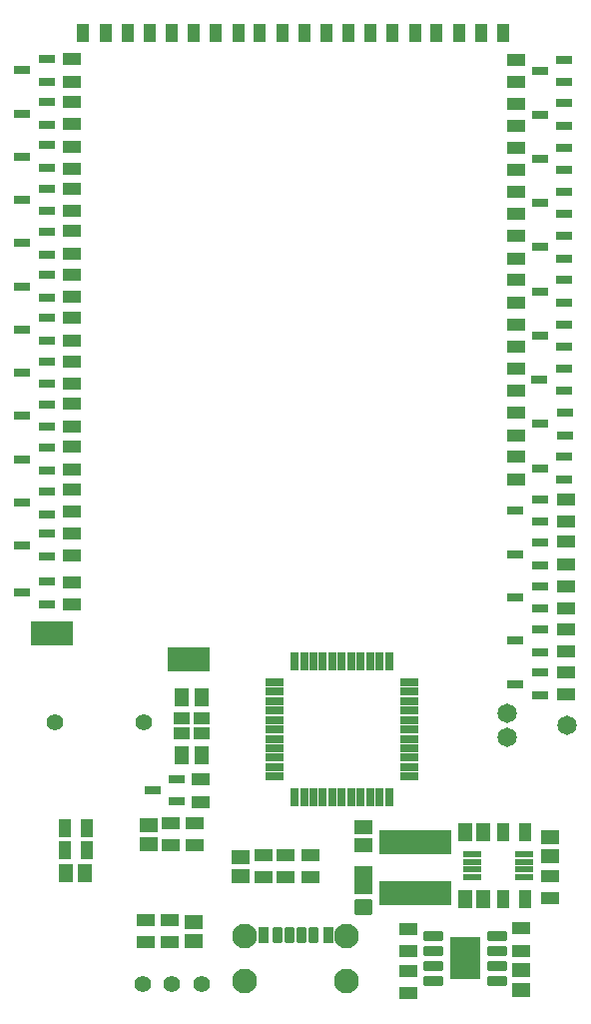
<source format=gbr>
%TF.GenerationSoftware,KiCad,Pcbnew,7.0.1*%
%TF.CreationDate,2024-01-25T20:04:35+01:00*%
%TF.ProjectId,PicBytesMicro,50696342-7974-4657-934d-6963726f2e6b,rev?*%
%TF.SameCoordinates,Original*%
%TF.FileFunction,Soldermask,Bot*%
%TF.FilePolarity,Negative*%
%FSLAX46Y46*%
G04 Gerber Fmt 4.6, Leading zero omitted, Abs format (unit mm)*
G04 Created by KiCad (PCBNEW 7.0.1) date 2024-01-25 20:04:35*
%MOMM*%
%LPD*%
G01*
G04 APERTURE LIST*
G04 Aperture macros list*
%AMRoundRect*
0 Rectangle with rounded corners*
0 $1 Rounding radius*
0 $2 $3 $4 $5 $6 $7 $8 $9 X,Y pos of 4 corners*
0 Add a 4 corners polygon primitive as box body*
4,1,4,$2,$3,$4,$5,$6,$7,$8,$9,$2,$3,0*
0 Add four circle primitives for the rounded corners*
1,1,$1+$1,$2,$3*
1,1,$1+$1,$4,$5*
1,1,$1+$1,$6,$7*
1,1,$1+$1,$8,$9*
0 Add four rect primitives between the rounded corners*
20,1,$1+$1,$2,$3,$4,$5,0*
20,1,$1+$1,$4,$5,$6,$7,0*
20,1,$1+$1,$6,$7,$8,$9,0*
20,1,$1+$1,$8,$9,$2,$3,0*%
G04 Aperture macros list end*
%ADD10C,1.650000*%
%ADD11RoundRect,0.050000X0.735000X-0.525000X0.735000X0.525000X-0.735000X0.525000X-0.735000X-0.525000X0*%
%ADD12RoundRect,0.050000X-0.525000X-0.735000X0.525000X-0.735000X0.525000X0.735000X-0.525000X0.735000X0*%
%ADD13RoundRect,0.050000X0.525000X0.735000X-0.525000X0.735000X-0.525000X-0.735000X0.525000X-0.735000X0*%
%ADD14RoundRect,0.050000X-1.750000X1.000000X-1.750000X-1.000000X1.750000X-1.000000X1.750000X1.000000X0*%
%ADD15RoundRect,0.050000X1.750000X-1.000000X1.750000X1.000000X-1.750000X1.000000X-1.750000X-1.000000X0*%
%ADD16RoundRect,0.050000X0.762500X-0.350000X0.762500X0.350000X-0.762500X0.350000X-0.762500X-0.350000X0*%
%ADD17RoundRect,0.050000X1.256500X1.701000X-1.256500X1.701000X-1.256500X-1.701000X1.256500X-1.701000X0*%
%ADD18RoundRect,0.050000X0.350000X0.600000X-0.350000X0.600000X-0.350000X-0.600000X0.350000X-0.600000X0*%
%ADD19RoundRect,0.050000X0.380000X0.600000X-0.380000X0.600000X-0.380000X-0.600000X0.380000X-0.600000X0*%
%ADD20RoundRect,0.050000X0.400000X0.600000X-0.400000X0.600000X-0.400000X-0.600000X0.400000X-0.600000X0*%
%ADD21C,2.100000*%
%ADD22C,1.400000*%
%ADD23RoundRect,0.050000X0.737500X-0.300000X0.737500X0.300000X-0.737500X0.300000X-0.737500X-0.300000X0*%
%ADD24RoundRect,0.050000X0.300000X0.737500X-0.300000X0.737500X-0.300000X-0.737500X0.300000X-0.737500X0*%
%ADD25RoundRect,0.050000X0.625000X-0.300000X0.625000X0.300000X-0.625000X0.300000X-0.625000X-0.300000X0*%
%ADD26RoundRect,0.050000X0.725000X-0.500000X0.725000X0.500000X-0.725000X0.500000X-0.725000X-0.500000X0*%
%ADD27RoundRect,0.050000X-0.725000X0.500000X-0.725000X-0.500000X0.725000X-0.500000X0.725000X0.500000X0*%
%ADD28RoundRect,0.050000X0.500000X0.725000X-0.500000X0.725000X-0.500000X-0.725000X0.500000X-0.725000X0*%
%ADD29RoundRect,0.050000X-0.500000X-0.725000X0.500000X-0.725000X0.500000X0.725000X-0.500000X0.725000X0*%
%ADD30RoundRect,0.050000X3.000000X-1.005000X3.000000X1.005000X-3.000000X1.005000X-3.000000X-1.005000X0*%
%ADD31RoundRect,0.050000X-0.735000X0.510000X-0.735000X-0.510000X0.735000X-0.510000X0.735000X0.510000X0*%
%ADD32RoundRect,0.050000X0.735000X-0.510000X0.735000X0.510000X-0.735000X0.510000X-0.735000X-0.510000X0*%
%ADD33RoundRect,0.050000X0.510000X0.735000X-0.510000X0.735000X-0.510000X-0.735000X0.510000X-0.735000X0*%
%ADD34RoundRect,0.050000X0.700000X-0.225000X0.700000X0.225000X-0.700000X0.225000X-0.700000X-0.225000X0*%
%ADD35RoundRect,0.050000X0.700000X1.150000X-0.700000X1.150000X-0.700000X-1.150000X0.700000X-1.150000X0*%
%ADD36RoundRect,0.050000X-0.700000X0.625000X-0.700000X-0.625000X0.700000X-0.625000X0.700000X0.625000X0*%
%ADD37RoundRect,0.050000X-0.600000X0.500000X-0.600000X-0.500000X0.600000X-0.500000X0.600000X0.500000X0*%
%ADD38RoundRect,0.050000X-0.510000X-0.735000X0.510000X-0.735000X0.510000X0.735000X-0.510000X0.735000X0*%
G04 APERTURE END LIST*
D10*
%TO.C,J1*%
X160310000Y-106135000D03*
X155230000Y-107151000D03*
X155230000Y-105119000D03*
%TD*%
D11*
%TO.C,C_10u_1*%
X156400000Y-128580000D03*
X156400000Y-126900000D03*
%TD*%
D12*
%TO.C,C_22p_1*%
X127610000Y-108650000D03*
X129290000Y-108650000D03*
%TD*%
D13*
%TO.C,C_22p_2*%
X129290000Y-103750000D03*
X127610000Y-103750000D03*
%TD*%
D14*
%TO.C,H_Bat+1*%
X128200000Y-100600000D03*
%TD*%
D15*
%TO.C,H_Bat-1*%
X116600000Y-98400000D03*
%TD*%
D16*
%TO.C,IC_BMS_TP1*%
X154312000Y-123995000D03*
X154312000Y-125265000D03*
X154312000Y-126535000D03*
X154312000Y-127805000D03*
X148888000Y-127805000D03*
X148888000Y-126535000D03*
X148888000Y-125265000D03*
X148888000Y-123995000D03*
D17*
X151600000Y-125900000D03*
%TD*%
D18*
%TO.C,J_USB_C1*%
X137750000Y-123900000D03*
D19*
X135730000Y-123900000D03*
D20*
X134500000Y-123900000D03*
D18*
X136750000Y-123900000D03*
D19*
X138770000Y-123900000D03*
D20*
X140000000Y-123900000D03*
D21*
X141570000Y-127850000D03*
X132930000Y-127850000D03*
X132930000Y-124050000D03*
X141570000Y-124050000D03*
%TD*%
D22*
%TO.C,LS1*%
X116800000Y-105900000D03*
X124400000Y-105900000D03*
%TD*%
D23*
%TO.C,PIC18F45K1*%
X146900000Y-102500000D03*
X146900000Y-103300000D03*
X146900000Y-104100000D03*
X146900000Y-104900000D03*
X146900000Y-105700000D03*
X146900000Y-106500000D03*
X146900000Y-107300000D03*
X146900000Y-108100000D03*
X146900000Y-108900000D03*
X146900000Y-109700000D03*
X146900000Y-110500000D03*
D24*
X145162000Y-112238000D03*
X144362000Y-112238000D03*
X143562000Y-112238000D03*
X142762000Y-112238000D03*
X141962000Y-112238000D03*
X141162000Y-112238000D03*
X140362000Y-112238000D03*
X139562000Y-112238000D03*
X138762000Y-112238000D03*
X137962000Y-112238000D03*
X137162000Y-112238000D03*
D23*
X135424000Y-110500000D03*
X135424000Y-109700000D03*
X135424000Y-108900000D03*
X135424000Y-108100000D03*
X135424000Y-107300000D03*
X135424000Y-106500000D03*
X135424000Y-105700000D03*
X135424000Y-104900000D03*
X135424000Y-104100000D03*
X135424000Y-103300000D03*
X135424000Y-102500000D03*
D24*
X137162000Y-100762000D03*
X137962000Y-100762000D03*
X138762000Y-100762000D03*
X139562000Y-100762000D03*
X140362000Y-100762000D03*
X141162000Y-100762000D03*
X141962000Y-100762000D03*
X142762000Y-100762000D03*
X143562000Y-100762000D03*
X144362000Y-100762000D03*
X145162000Y-100762000D03*
%TD*%
D25*
%TO.C,Q2*%
X116150000Y-49695000D03*
X116150000Y-51605000D03*
X114050000Y-50650000D03*
%TD*%
%TO.C,Q3*%
X116150000Y-82634997D03*
X116150000Y-84544997D03*
X114050000Y-83589997D03*
%TD*%
%TO.C,Q4*%
X160050000Y-49745000D03*
X160050000Y-51655000D03*
X157950000Y-50700000D03*
%TD*%
%TO.C,Q5*%
X160050000Y-68422776D03*
X160050000Y-70332776D03*
X157950000Y-69377776D03*
%TD*%
%TO.C,Q6*%
X116150000Y-53353333D03*
X116150000Y-55263333D03*
X114050000Y-54308333D03*
%TD*%
%TO.C,Q7*%
X116150000Y-86343330D03*
X116150000Y-88253330D03*
X114050000Y-87298330D03*
%TD*%
%TO.C,Q8*%
X160050000Y-53445000D03*
X160050000Y-55355000D03*
X157950000Y-54400000D03*
%TD*%
%TO.C,Q9*%
X160050000Y-72167220D03*
X160050000Y-74077220D03*
X157950000Y-73122220D03*
%TD*%
%TO.C,Q10*%
X116150000Y-56996666D03*
X116150000Y-58906666D03*
X114050000Y-57951666D03*
%TD*%
%TO.C,Q11*%
X116150000Y-89936663D03*
X116150000Y-91846663D03*
X114050000Y-90891663D03*
%TD*%
%TO.C,Q12*%
X116150000Y-64328332D03*
X116150000Y-66238332D03*
X114050000Y-65283332D03*
%TD*%
%TO.C,Q13*%
X157975000Y-87006108D03*
X157975000Y-88916108D03*
X155875000Y-87961108D03*
%TD*%
%TO.C,Q14*%
X116150000Y-78961664D03*
X116150000Y-80871664D03*
X114050000Y-79916664D03*
%TD*%
%TO.C,Q15*%
X157975000Y-101706108D03*
X157975000Y-103616108D03*
X155875000Y-102661108D03*
%TD*%
%TO.C,Q16*%
X160050000Y-57189444D03*
X160050000Y-59099444D03*
X157950000Y-58144444D03*
%TD*%
%TO.C,Q17*%
X160037500Y-75911664D03*
X160037500Y-77821664D03*
X157937500Y-76866664D03*
%TD*%
%TO.C,Q18*%
X116150000Y-60669999D03*
X116150000Y-62579999D03*
X114050000Y-61624999D03*
%TD*%
%TO.C,Q19*%
X116150000Y-93966664D03*
X116150000Y-95876664D03*
X114050000Y-94921664D03*
%TD*%
%TO.C,Q20*%
X116150000Y-67986665D03*
X116150000Y-69896665D03*
X114050000Y-68941665D03*
%TD*%
%TO.C,Q21*%
X157975000Y-90696108D03*
X157975000Y-92606108D03*
X155875000Y-91651108D03*
%TD*%
%TO.C,Q22*%
X160050000Y-60933888D03*
X160050000Y-62843888D03*
X157950000Y-61888888D03*
%TD*%
%TO.C,Q23*%
X160075000Y-79656108D03*
X160075000Y-81566108D03*
X157975000Y-80611108D03*
%TD*%
%TO.C,Q24*%
X116150000Y-71644998D03*
X116150000Y-73554998D03*
X114050000Y-72599998D03*
%TD*%
%TO.C,Q25*%
X157975000Y-94356108D03*
X157975000Y-96266108D03*
X155875000Y-95311108D03*
%TD*%
%TO.C,Q26*%
X160050000Y-64678332D03*
X160050000Y-66588332D03*
X157950000Y-65633332D03*
%TD*%
%TO.C,Q27*%
X160050000Y-83400552D03*
X160050000Y-85310552D03*
X157950000Y-84355552D03*
%TD*%
%TO.C,Q28*%
X116150000Y-75303331D03*
X116150000Y-77213331D03*
X114050000Y-76258331D03*
%TD*%
%TO.C,Q29*%
X157975000Y-98031108D03*
X157975000Y-99941108D03*
X155875000Y-98986108D03*
%TD*%
%TO.C,Q1*%
X127200000Y-110690000D03*
X127200000Y-112600000D03*
X125100000Y-111645000D03*
%TD*%
D26*
%TO.C,R220_1*%
X155975000Y-51650000D03*
X155975000Y-49750000D03*
%TD*%
D27*
%TO.C,R220_2*%
X155975000Y-68427776D03*
X155975000Y-70327776D03*
%TD*%
%TO.C,R220_3*%
X155975000Y-53450000D03*
X155975000Y-55350000D03*
%TD*%
D26*
%TO.C,R220_4*%
X155975000Y-74072220D03*
X155975000Y-72172220D03*
%TD*%
D27*
%TO.C,R220_5*%
X155975000Y-57194444D03*
X155975000Y-59094444D03*
%TD*%
%TO.C,R220_6*%
X155987500Y-75916664D03*
X155987500Y-77816664D03*
%TD*%
%TO.C,R220_7*%
X155975000Y-60938888D03*
X155975000Y-62838888D03*
%TD*%
%TO.C,R220_8*%
X155950000Y-79661108D03*
X155950000Y-81561108D03*
%TD*%
%TO.C,R220_9*%
X155975000Y-64683332D03*
X155975000Y-66583332D03*
%TD*%
%TO.C,R220_10*%
X155975000Y-83405552D03*
X155975000Y-85305552D03*
%TD*%
D26*
%TO.C,R4K7_2*%
X118300000Y-51600000D03*
X118300000Y-49700000D03*
%TD*%
%TO.C,R4K7_3*%
X118300000Y-84439997D03*
X118300000Y-82539997D03*
%TD*%
D28*
%TO.C,R4K7_4*%
X121149668Y-47500000D03*
X119249668Y-47500000D03*
%TD*%
%TO.C,R4K7_5*%
X139871888Y-47500000D03*
X137971888Y-47500000D03*
%TD*%
D26*
%TO.C,R4K7_6*%
X118300000Y-55203333D03*
X118300000Y-53303333D03*
%TD*%
%TO.C,R4K7_7*%
X118300000Y-88048330D03*
X118300000Y-86148330D03*
%TD*%
D28*
%TO.C,R4K7_8*%
X124894112Y-47500000D03*
X122994112Y-47500000D03*
%TD*%
%TO.C,R4K7_9*%
X143616332Y-47500000D03*
X141716332Y-47500000D03*
%TD*%
D26*
%TO.C,R4K7_10*%
X118300000Y-59001666D03*
X118300000Y-57101666D03*
%TD*%
%TO.C,R4K7_11*%
X118300000Y-91791663D03*
X118300000Y-89891663D03*
%TD*%
%TO.C,R4K7_12*%
X118300000Y-66183332D03*
X118300000Y-64283332D03*
%TD*%
%TO.C,R4K7_13*%
X160225000Y-88911108D03*
X160225000Y-87011108D03*
%TD*%
%TO.C,R4K7_14*%
X118300000Y-80816664D03*
X118300000Y-78916664D03*
%TD*%
%TO.C,R4K7_15*%
X160225000Y-103561108D03*
X160225000Y-101661108D03*
%TD*%
D28*
%TO.C,R4K7_16*%
X128638556Y-47500000D03*
X126738556Y-47500000D03*
%TD*%
%TO.C,R4K7_17*%
X147360776Y-47500000D03*
X145460776Y-47500000D03*
%TD*%
D26*
%TO.C,R4K7_18*%
X118300000Y-62574999D03*
X118300000Y-60674999D03*
%TD*%
%TO.C,R4K7_19*%
X118300000Y-95921664D03*
X118300000Y-94021664D03*
%TD*%
%TO.C,R4K7_20*%
X118300000Y-69841665D03*
X118300000Y-67941665D03*
%TD*%
%TO.C,R4K7_21*%
X160225000Y-92501108D03*
X160225000Y-90601108D03*
%TD*%
D28*
%TO.C,R4K7_22*%
X132383000Y-47500000D03*
X130483000Y-47500000D03*
%TD*%
%TO.C,R4K7_23*%
X151105220Y-47500000D03*
X149205220Y-47500000D03*
%TD*%
D26*
%TO.C,R4K7_24*%
X118300000Y-73549998D03*
X118300000Y-71649998D03*
%TD*%
%TO.C,R4K7_25*%
X160225000Y-96261108D03*
X160225000Y-94361108D03*
%TD*%
D28*
%TO.C,R4K7_26*%
X136127444Y-47500000D03*
X134227444Y-47500000D03*
%TD*%
%TO.C,R4K7_27*%
X154849664Y-47500000D03*
X152949664Y-47500000D03*
%TD*%
D26*
%TO.C,R4K7_28*%
X118300000Y-77208331D03*
X118300000Y-75308331D03*
%TD*%
%TO.C,R4K7_29*%
X160225000Y-99886108D03*
X160225000Y-97986108D03*
%TD*%
D27*
%TO.C,R4K7_1*%
X129200000Y-110745000D03*
X129200000Y-112645000D03*
%TD*%
D26*
%TO.C,R_10k_1*%
X138500000Y-119050000D03*
X138500000Y-117150000D03*
%TD*%
D29*
%TO.C,R_10K_3*%
X117650000Y-114900000D03*
X119550000Y-114900000D03*
%TD*%
D26*
%TO.C,R_10K_7*%
X124570000Y-124550000D03*
X124570000Y-122650000D03*
%TD*%
D27*
%TO.C,R_10K_6*%
X126700000Y-114450000D03*
X126700000Y-116350000D03*
%TD*%
%TO.C,R_10K_9*%
X136425000Y-117150000D03*
X136425000Y-119050000D03*
%TD*%
%TO.C,R_1k_1*%
X146800000Y-126950000D03*
X146800000Y-128850000D03*
%TD*%
D26*
%TO.C,R_1k_2*%
X146800000Y-125300000D03*
X146800000Y-123400000D03*
%TD*%
%TO.C,R_2k_1*%
X156400000Y-125250000D03*
X156400000Y-123350000D03*
%TD*%
D22*
%TO.C,SW_Toggle1*%
X124275000Y-128050000D03*
X126775000Y-128050000D03*
X129275000Y-128050000D03*
%TD*%
D30*
%TO.C,L1*%
X147400000Y-120400000D03*
X147400000Y-116100000D03*
%TD*%
D31*
%TO.C,C5*%
X143000000Y-114750000D03*
X143000000Y-116350000D03*
%TD*%
D29*
%TO.C,R_10K_2*%
X117650000Y-116700000D03*
X119550000Y-116700000D03*
%TD*%
D26*
%TO.C,R_10K_4*%
X126600000Y-124550000D03*
X126600000Y-122650000D03*
%TD*%
D32*
%TO.C,C_22p_5*%
X132575000Y-118900000D03*
X132575000Y-117300000D03*
%TD*%
D28*
%TO.C,R6*%
X156750000Y-120850000D03*
X154850000Y-120850000D03*
%TD*%
D26*
%TO.C,R_10K_8*%
X134500000Y-119050000D03*
X134500000Y-117150000D03*
%TD*%
D33*
%TO.C,C3*%
X153200000Y-120850000D03*
X151600000Y-120850000D03*
%TD*%
D27*
%TO.C,R5*%
X158800000Y-118900000D03*
X158800000Y-120800000D03*
%TD*%
D26*
%TO.C,R_10K_5*%
X128705000Y-116350000D03*
X128705000Y-114450000D03*
%TD*%
D31*
%TO.C,C2*%
X158800000Y-115650000D03*
X158800000Y-117250000D03*
%TD*%
D33*
%TO.C,C4*%
X153200000Y-115250000D03*
X151600000Y-115250000D03*
%TD*%
D34*
%TO.C,IC2*%
X156600000Y-117075000D03*
X156600000Y-117725000D03*
X156600000Y-118375000D03*
X156600000Y-119025000D03*
X152200000Y-119025000D03*
X152200000Y-118375000D03*
X152200000Y-117725000D03*
X152200000Y-117075000D03*
%TD*%
D35*
%TO.C,D1*%
X143000000Y-119250000D03*
D36*
X143000000Y-121575000D03*
%TD*%
D29*
%TO.C,R3*%
X154850000Y-115250000D03*
X156750000Y-115250000D03*
%TD*%
D37*
%TO.C,Y1*%
X127625000Y-105550000D03*
X129325000Y-105550000D03*
X129325000Y-106850000D03*
X127625000Y-106850000D03*
%TD*%
D32*
%TO.C,C_22p_4*%
X128570000Y-124400000D03*
X128570000Y-122800000D03*
%TD*%
D31*
%TO.C,C_100F_1*%
X124805000Y-114600000D03*
X124805000Y-116200000D03*
%TD*%
D38*
%TO.C,C_22p_3*%
X117800000Y-118700000D03*
X119400000Y-118700000D03*
%TD*%
M02*

</source>
